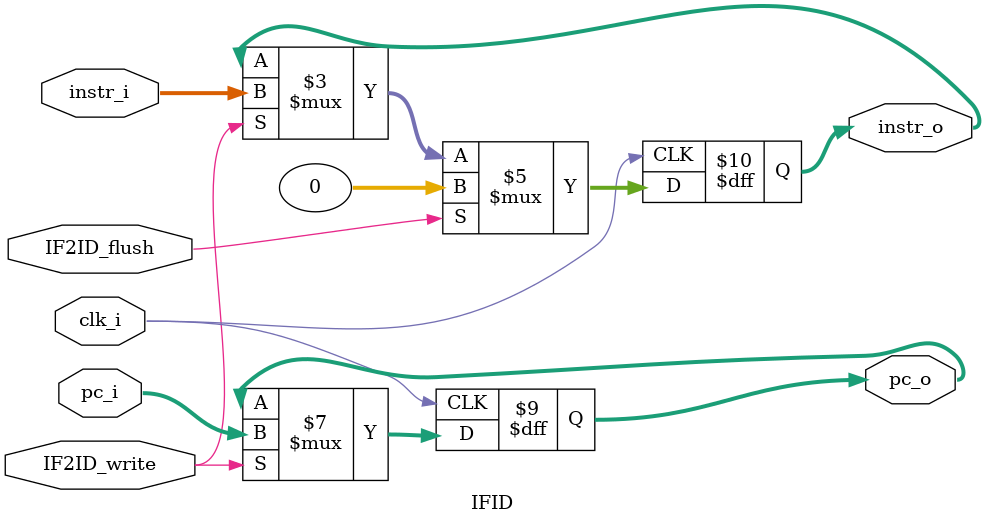
<source format=v>
module IFID( clk_i, pc_i, IF2ID_write, IF2ID_flush, instr_i, pc_o, instr_o);
     
//I/O ports
input           clk_i;
input  [32-1:0] pc_i;
input IF2ID_write;
input IF2ID_flush;
input [32-1:0] instr_i;
output [32-1:0] pc_o;
output [32-1:0] instr_o;
//Internal Signals
reg    [32-1:0] pc_o;
reg    [32-1:0] instr_o;

//Main function
always @(posedge clk_i) begin
	if(IF2ID_write) begin
		instr_o <= instr_i;
		pc_o <= pc_i;
	end
	
	if(IF2ID_flush) 
		instr_o <= 32'b0;
end
    
//Initial Memory Contents
initial begin
	instr_o = 32'b0;
	pc_o = 32'b0;
		
end
endmodule

</source>
